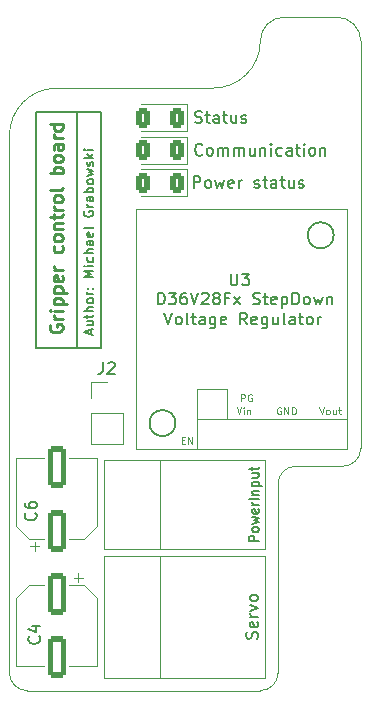
<source format=gto>
G04 #@! TF.GenerationSoftware,KiCad,Pcbnew,(6.0.1)*
G04 #@! TF.CreationDate,2022-03-21T13:55:18+01:00*
G04 #@! TF.ProjectId,ERC_2022_GripperBoard,4552435f-3230-4323-925f-477269707065,rev?*
G04 #@! TF.SameCoordinates,Original*
G04 #@! TF.FileFunction,Legend,Top*
G04 #@! TF.FilePolarity,Positive*
%FSLAX46Y46*%
G04 Gerber Fmt 4.6, Leading zero omitted, Abs format (unit mm)*
G04 Created by KiCad (PCBNEW (6.0.1)) date 2022-03-21 13:55:18*
%MOMM*%
%LPD*%
G01*
G04 APERTURE LIST*
G04 Aperture macros list*
%AMRoundRect*
0 Rectangle with rounded corners*
0 $1 Rounding radius*
0 $2 $3 $4 $5 $6 $7 $8 $9 X,Y pos of 4 corners*
0 Add a 4 corners polygon primitive as box body*
4,1,4,$2,$3,$4,$5,$6,$7,$8,$9,$2,$3,0*
0 Add four circle primitives for the rounded corners*
1,1,$1+$1,$2,$3*
1,1,$1+$1,$4,$5*
1,1,$1+$1,$6,$7*
1,1,$1+$1,$8,$9*
0 Add four rect primitives between the rounded corners*
20,1,$1+$1,$2,$3,$4,$5,0*
20,1,$1+$1,$4,$5,$6,$7,0*
20,1,$1+$1,$6,$7,$8,$9,0*
20,1,$1+$1,$8,$9,$2,$3,0*%
G04 Aperture macros list end*
%ADD10C,0.150000*%
G04 #@! TA.AperFunction,Profile*
%ADD11C,0.100000*%
G04 #@! TD*
G04 #@! TA.AperFunction,Profile*
%ADD12C,0.150000*%
G04 #@! TD*
%ADD13C,0.275000*%
%ADD14C,0.100000*%
%ADD15C,0.120000*%
%ADD16C,1.700000*%
%ADD17C,5.600000*%
%ADD18RoundRect,0.250000X0.375000X0.625000X-0.375000X0.625000X-0.375000X-0.625000X0.375000X-0.625000X0*%
%ADD19O,1.524000X1.524000*%
%ADD20R,1.524000X1.524000*%
%ADD21C,1.524000*%
%ADD22RoundRect,0.250000X0.550000X-1.500000X0.550000X1.500000X-0.550000X1.500000X-0.550000X-1.500000X0*%
%ADD23RoundRect,0.250000X-0.550000X1.500000X-0.550000X-1.500000X0.550000X-1.500000X0.550000X1.500000X0*%
%ADD24R,1.700000X1.700000*%
%ADD25O,1.700000X1.700000*%
G04 APERTURE END LIST*
D10*
X133000000Y-93000000D02*
X133000000Y-73000000D01*
X135000000Y-73000000D02*
X129500000Y-73000000D01*
X129500000Y-73000000D02*
X129500000Y-93000000D01*
X129500000Y-93000000D02*
X135000000Y-93000000D01*
X135000000Y-93000000D02*
X135000000Y-73000000D01*
D11*
X157000000Y-67000000D02*
X157000000Y-101500000D01*
D12*
X141305000Y-99355000D02*
G75*
G03*
X141305000Y-99355000I-1100000J0D01*
G01*
D11*
X127250000Y-120500000D02*
G75*
G03*
X128750000Y-122000000I1500001J1D01*
G01*
X144425000Y-70996573D02*
X131250000Y-71000000D01*
X155500000Y-103000000D02*
G75*
G03*
X157000000Y-101500000I-1J1500001D01*
G01*
X150000000Y-120500000D02*
X150000000Y-104500000D01*
X151500000Y-103000000D02*
X155500000Y-103000000D01*
D12*
X154705000Y-83455000D02*
G75*
G03*
X154705000Y-83455000I-1100000J0D01*
G01*
D11*
X157000000Y-67000000D02*
G75*
G03*
X155000000Y-65000000I-1999999J1D01*
G01*
X128750000Y-122000000D02*
X148500000Y-122000000D01*
X131250000Y-71000000D02*
G75*
G03*
X127250000Y-75000000I0J-4000000D01*
G01*
X127250000Y-75000000D02*
X127250000Y-120500000D01*
X151500000Y-103000000D02*
G75*
G03*
X150000000Y-104500000I1J-1500001D01*
G01*
X150500000Y-64996571D02*
G75*
G03*
X148496574Y-66996573I1J-2003430D01*
G01*
X144425000Y-70996573D02*
G75*
G03*
X148496573Y-66996573I70945J3999999D01*
G01*
X148500000Y-122000000D02*
G75*
G03*
X150000000Y-120500000I-1J1500001D01*
G01*
X150500000Y-64996571D02*
X155000000Y-65000000D01*
D10*
X134133333Y-91809523D02*
X134133333Y-91428571D01*
X134361904Y-91885714D02*
X133561904Y-91619047D01*
X134361904Y-91352380D01*
X133828571Y-90742857D02*
X134361904Y-90742857D01*
X133828571Y-91085714D02*
X134247619Y-91085714D01*
X134323809Y-91047619D01*
X134361904Y-90971428D01*
X134361904Y-90857142D01*
X134323809Y-90780952D01*
X134285714Y-90742857D01*
X133828571Y-90476190D02*
X133828571Y-90171428D01*
X133561904Y-90361904D02*
X134247619Y-90361904D01*
X134323809Y-90323809D01*
X134361904Y-90247619D01*
X134361904Y-90171428D01*
X134361904Y-89904761D02*
X133561904Y-89904761D01*
X134361904Y-89561904D02*
X133942857Y-89561904D01*
X133866666Y-89600000D01*
X133828571Y-89676190D01*
X133828571Y-89790476D01*
X133866666Y-89866666D01*
X133904761Y-89904761D01*
X134361904Y-89066666D02*
X134323809Y-89142857D01*
X134285714Y-89180952D01*
X134209523Y-89219047D01*
X133980952Y-89219047D01*
X133904761Y-89180952D01*
X133866666Y-89142857D01*
X133828571Y-89066666D01*
X133828571Y-88952380D01*
X133866666Y-88876190D01*
X133904761Y-88838095D01*
X133980952Y-88800000D01*
X134209523Y-88800000D01*
X134285714Y-88838095D01*
X134323809Y-88876190D01*
X134361904Y-88952380D01*
X134361904Y-89066666D01*
X134361904Y-88457142D02*
X133828571Y-88457142D01*
X133980952Y-88457142D02*
X133904761Y-88419047D01*
X133866666Y-88380952D01*
X133828571Y-88304761D01*
X133828571Y-88228571D01*
X134285714Y-87961904D02*
X134323809Y-87923809D01*
X134361904Y-87961904D01*
X134323809Y-88000000D01*
X134285714Y-87961904D01*
X134361904Y-87961904D01*
X133866666Y-87961904D02*
X133904761Y-87923809D01*
X133942857Y-87961904D01*
X133904761Y-88000000D01*
X133866666Y-87961904D01*
X133942857Y-87961904D01*
X134361904Y-86971428D02*
X133561904Y-86971428D01*
X134133333Y-86704761D01*
X133561904Y-86438095D01*
X134361904Y-86438095D01*
X134361904Y-86057142D02*
X133828571Y-86057142D01*
X133561904Y-86057142D02*
X133600000Y-86095238D01*
X133638095Y-86057142D01*
X133600000Y-86019047D01*
X133561904Y-86057142D01*
X133638095Y-86057142D01*
X134323809Y-85333333D02*
X134361904Y-85409523D01*
X134361904Y-85561904D01*
X134323809Y-85638095D01*
X134285714Y-85676190D01*
X134209523Y-85714285D01*
X133980952Y-85714285D01*
X133904761Y-85676190D01*
X133866666Y-85638095D01*
X133828571Y-85561904D01*
X133828571Y-85409523D01*
X133866666Y-85333333D01*
X134361904Y-84990476D02*
X133561904Y-84990476D01*
X134361904Y-84647619D02*
X133942857Y-84647619D01*
X133866666Y-84685714D01*
X133828571Y-84761904D01*
X133828571Y-84876190D01*
X133866666Y-84952380D01*
X133904761Y-84990476D01*
X134361904Y-83923809D02*
X133942857Y-83923809D01*
X133866666Y-83961904D01*
X133828571Y-84038095D01*
X133828571Y-84190476D01*
X133866666Y-84266666D01*
X134323809Y-83923809D02*
X134361904Y-84000000D01*
X134361904Y-84190476D01*
X134323809Y-84266666D01*
X134247619Y-84304761D01*
X134171428Y-84304761D01*
X134095238Y-84266666D01*
X134057142Y-84190476D01*
X134057142Y-84000000D01*
X134019047Y-83923809D01*
X134323809Y-83238095D02*
X134361904Y-83314285D01*
X134361904Y-83466666D01*
X134323809Y-83542857D01*
X134247619Y-83580952D01*
X133942857Y-83580952D01*
X133866666Y-83542857D01*
X133828571Y-83466666D01*
X133828571Y-83314285D01*
X133866666Y-83238095D01*
X133942857Y-83200000D01*
X134019047Y-83200000D01*
X134095238Y-83580952D01*
X134361904Y-82742857D02*
X134323809Y-82819047D01*
X134247619Y-82857142D01*
X133561904Y-82857142D01*
X133600000Y-81409523D02*
X133561904Y-81485714D01*
X133561904Y-81600000D01*
X133600000Y-81714285D01*
X133676190Y-81790476D01*
X133752380Y-81828571D01*
X133904761Y-81866666D01*
X134019047Y-81866666D01*
X134171428Y-81828571D01*
X134247619Y-81790476D01*
X134323809Y-81714285D01*
X134361904Y-81600000D01*
X134361904Y-81523809D01*
X134323809Y-81409523D01*
X134285714Y-81371428D01*
X134019047Y-81371428D01*
X134019047Y-81523809D01*
X134361904Y-81028571D02*
X133828571Y-81028571D01*
X133980952Y-81028571D02*
X133904761Y-80990476D01*
X133866666Y-80952380D01*
X133828571Y-80876190D01*
X133828571Y-80800000D01*
X134361904Y-80190476D02*
X133942857Y-80190476D01*
X133866666Y-80228571D01*
X133828571Y-80304761D01*
X133828571Y-80457142D01*
X133866666Y-80533333D01*
X134323809Y-80190476D02*
X134361904Y-80266666D01*
X134361904Y-80457142D01*
X134323809Y-80533333D01*
X134247619Y-80571428D01*
X134171428Y-80571428D01*
X134095238Y-80533333D01*
X134057142Y-80457142D01*
X134057142Y-80266666D01*
X134019047Y-80190476D01*
X134361904Y-79809523D02*
X133561904Y-79809523D01*
X133866666Y-79809523D02*
X133828571Y-79733333D01*
X133828571Y-79580952D01*
X133866666Y-79504761D01*
X133904761Y-79466666D01*
X133980952Y-79428571D01*
X134209523Y-79428571D01*
X134285714Y-79466666D01*
X134323809Y-79504761D01*
X134361904Y-79580952D01*
X134361904Y-79733333D01*
X134323809Y-79809523D01*
X134361904Y-78971428D02*
X134323809Y-79047619D01*
X134285714Y-79085714D01*
X134209523Y-79123809D01*
X133980952Y-79123809D01*
X133904761Y-79085714D01*
X133866666Y-79047619D01*
X133828571Y-78971428D01*
X133828571Y-78857142D01*
X133866666Y-78780952D01*
X133904761Y-78742857D01*
X133980952Y-78704761D01*
X134209523Y-78704761D01*
X134285714Y-78742857D01*
X134323809Y-78780952D01*
X134361904Y-78857142D01*
X134361904Y-78971428D01*
X133828571Y-78438095D02*
X134361904Y-78285714D01*
X133980952Y-78133333D01*
X134361904Y-77980952D01*
X133828571Y-77828571D01*
X134323809Y-77561904D02*
X134361904Y-77485714D01*
X134361904Y-77333333D01*
X134323809Y-77257142D01*
X134247619Y-77219047D01*
X134209523Y-77219047D01*
X134133333Y-77257142D01*
X134095238Y-77333333D01*
X134095238Y-77447619D01*
X134057142Y-77523809D01*
X133980952Y-77561904D01*
X133942857Y-77561904D01*
X133866666Y-77523809D01*
X133828571Y-77447619D01*
X133828571Y-77333333D01*
X133866666Y-77257142D01*
X134361904Y-76876190D02*
X133561904Y-76876190D01*
X134057142Y-76800000D02*
X134361904Y-76571428D01*
X133828571Y-76571428D02*
X134133333Y-76876190D01*
X134361904Y-76228571D02*
X133828571Y-76228571D01*
X133561904Y-76228571D02*
X133600000Y-76266666D01*
X133638095Y-76228571D01*
X133600000Y-76190476D01*
X133561904Y-76228571D01*
X133638095Y-76228571D01*
D13*
X130700000Y-91031122D02*
X130647619Y-91135883D01*
X130647619Y-91293026D01*
X130700000Y-91450169D01*
X130804761Y-91554931D01*
X130909523Y-91607312D01*
X131119047Y-91659693D01*
X131276190Y-91659693D01*
X131485714Y-91607312D01*
X131590476Y-91554931D01*
X131695238Y-91450169D01*
X131747619Y-91293026D01*
X131747619Y-91188264D01*
X131695238Y-91031122D01*
X131642857Y-90978741D01*
X131276190Y-90978741D01*
X131276190Y-91188264D01*
X131747619Y-90507312D02*
X131014285Y-90507312D01*
X131223809Y-90507312D02*
X131119047Y-90454931D01*
X131066666Y-90402550D01*
X131014285Y-90297788D01*
X131014285Y-90193026D01*
X131747619Y-89826360D02*
X131014285Y-89826360D01*
X130647619Y-89826360D02*
X130700000Y-89878741D01*
X130752380Y-89826360D01*
X130700000Y-89773979D01*
X130647619Y-89826360D01*
X130752380Y-89826360D01*
X131014285Y-89302550D02*
X132114285Y-89302550D01*
X131066666Y-89302550D02*
X131014285Y-89197788D01*
X131014285Y-88988264D01*
X131066666Y-88883503D01*
X131119047Y-88831122D01*
X131223809Y-88778741D01*
X131538095Y-88778741D01*
X131642857Y-88831122D01*
X131695238Y-88883503D01*
X131747619Y-88988264D01*
X131747619Y-89197788D01*
X131695238Y-89302550D01*
X131014285Y-88307312D02*
X132114285Y-88307312D01*
X131066666Y-88307312D02*
X131014285Y-88202550D01*
X131014285Y-87993026D01*
X131066666Y-87888264D01*
X131119047Y-87835883D01*
X131223809Y-87783503D01*
X131538095Y-87783503D01*
X131642857Y-87835883D01*
X131695238Y-87888264D01*
X131747619Y-87993026D01*
X131747619Y-88202550D01*
X131695238Y-88307312D01*
X131695238Y-86893026D02*
X131747619Y-86997788D01*
X131747619Y-87207312D01*
X131695238Y-87312074D01*
X131590476Y-87364455D01*
X131171428Y-87364455D01*
X131066666Y-87312074D01*
X131014285Y-87207312D01*
X131014285Y-86997788D01*
X131066666Y-86893026D01*
X131171428Y-86840645D01*
X131276190Y-86840645D01*
X131380952Y-87364455D01*
X131747619Y-86369217D02*
X131014285Y-86369217D01*
X131223809Y-86369217D02*
X131119047Y-86316836D01*
X131066666Y-86264455D01*
X131014285Y-86159693D01*
X131014285Y-86054931D01*
X131695238Y-84378741D02*
X131747619Y-84483503D01*
X131747619Y-84693026D01*
X131695238Y-84797788D01*
X131642857Y-84850169D01*
X131538095Y-84902550D01*
X131223809Y-84902550D01*
X131119047Y-84850169D01*
X131066666Y-84797788D01*
X131014285Y-84693026D01*
X131014285Y-84483503D01*
X131066666Y-84378741D01*
X131747619Y-83750169D02*
X131695238Y-83854931D01*
X131642857Y-83907312D01*
X131538095Y-83959693D01*
X131223809Y-83959693D01*
X131119047Y-83907312D01*
X131066666Y-83854931D01*
X131014285Y-83750169D01*
X131014285Y-83593026D01*
X131066666Y-83488264D01*
X131119047Y-83435883D01*
X131223809Y-83383503D01*
X131538095Y-83383503D01*
X131642857Y-83435883D01*
X131695238Y-83488264D01*
X131747619Y-83593026D01*
X131747619Y-83750169D01*
X131014285Y-82912074D02*
X131747619Y-82912074D01*
X131119047Y-82912074D02*
X131066666Y-82859693D01*
X131014285Y-82754931D01*
X131014285Y-82597788D01*
X131066666Y-82493026D01*
X131171428Y-82440645D01*
X131747619Y-82440645D01*
X131014285Y-82073979D02*
X131014285Y-81654931D01*
X130647619Y-81916836D02*
X131590476Y-81916836D01*
X131695238Y-81864455D01*
X131747619Y-81759693D01*
X131747619Y-81654931D01*
X131747619Y-81288264D02*
X131014285Y-81288264D01*
X131223809Y-81288264D02*
X131119047Y-81235883D01*
X131066666Y-81183503D01*
X131014285Y-81078741D01*
X131014285Y-80973979D01*
X131747619Y-80450169D02*
X131695238Y-80554931D01*
X131642857Y-80607312D01*
X131538095Y-80659693D01*
X131223809Y-80659693D01*
X131119047Y-80607312D01*
X131066666Y-80554931D01*
X131014285Y-80450169D01*
X131014285Y-80293026D01*
X131066666Y-80188264D01*
X131119047Y-80135883D01*
X131223809Y-80083503D01*
X131538095Y-80083503D01*
X131642857Y-80135883D01*
X131695238Y-80188264D01*
X131747619Y-80293026D01*
X131747619Y-80450169D01*
X131747619Y-79454931D02*
X131695238Y-79559693D01*
X131590476Y-79612074D01*
X130647619Y-79612074D01*
X131747619Y-78197788D02*
X130647619Y-78197788D01*
X131066666Y-78197788D02*
X131014285Y-78093026D01*
X131014285Y-77883503D01*
X131066666Y-77778741D01*
X131119047Y-77726360D01*
X131223809Y-77673979D01*
X131538095Y-77673979D01*
X131642857Y-77726360D01*
X131695238Y-77778741D01*
X131747619Y-77883503D01*
X131747619Y-78093026D01*
X131695238Y-78197788D01*
X131747619Y-77045407D02*
X131695238Y-77150169D01*
X131642857Y-77202550D01*
X131538095Y-77254931D01*
X131223809Y-77254931D01*
X131119047Y-77202550D01*
X131066666Y-77150169D01*
X131014285Y-77045407D01*
X131014285Y-76888264D01*
X131066666Y-76783503D01*
X131119047Y-76731122D01*
X131223809Y-76678741D01*
X131538095Y-76678741D01*
X131642857Y-76731122D01*
X131695238Y-76783503D01*
X131747619Y-76888264D01*
X131747619Y-77045407D01*
X131747619Y-75735883D02*
X131171428Y-75735883D01*
X131066666Y-75788264D01*
X131014285Y-75893026D01*
X131014285Y-76102550D01*
X131066666Y-76207312D01*
X131695238Y-75735883D02*
X131747619Y-75840645D01*
X131747619Y-76102550D01*
X131695238Y-76207312D01*
X131590476Y-76259693D01*
X131485714Y-76259693D01*
X131380952Y-76207312D01*
X131328571Y-76102550D01*
X131328571Y-75840645D01*
X131276190Y-75735883D01*
X131747619Y-75212074D02*
X131014285Y-75212074D01*
X131223809Y-75212074D02*
X131119047Y-75159693D01*
X131066666Y-75107312D01*
X131014285Y-75002550D01*
X131014285Y-74897788D01*
X131747619Y-74059693D02*
X130647619Y-74059693D01*
X131695238Y-74059693D02*
X131747619Y-74164455D01*
X131747619Y-74373979D01*
X131695238Y-74478741D01*
X131642857Y-74531122D01*
X131538095Y-74583503D01*
X131223809Y-74583503D01*
X131119047Y-74531122D01*
X131066666Y-74478741D01*
X131014285Y-74373979D01*
X131014285Y-74164455D01*
X131066666Y-74059693D01*
D10*
X148243761Y-117607142D02*
X148291380Y-117464285D01*
X148291380Y-117226190D01*
X148243761Y-117130952D01*
X148196142Y-117083333D01*
X148100904Y-117035714D01*
X148005666Y-117035714D01*
X147910428Y-117083333D01*
X147862809Y-117130952D01*
X147815190Y-117226190D01*
X147767571Y-117416666D01*
X147719952Y-117511904D01*
X147672333Y-117559523D01*
X147577095Y-117607142D01*
X147481857Y-117607142D01*
X147386619Y-117559523D01*
X147339000Y-117511904D01*
X147291380Y-117416666D01*
X147291380Y-117178571D01*
X147339000Y-117035714D01*
X148243761Y-116226190D02*
X148291380Y-116321428D01*
X148291380Y-116511904D01*
X148243761Y-116607142D01*
X148148523Y-116654761D01*
X147767571Y-116654761D01*
X147672333Y-116607142D01*
X147624714Y-116511904D01*
X147624714Y-116321428D01*
X147672333Y-116226190D01*
X147767571Y-116178571D01*
X147862809Y-116178571D01*
X147958047Y-116654761D01*
X148291380Y-115750000D02*
X147624714Y-115750000D01*
X147815190Y-115750000D02*
X147719952Y-115702380D01*
X147672333Y-115654761D01*
X147624714Y-115559523D01*
X147624714Y-115464285D01*
X147624714Y-115226190D02*
X148291380Y-114988095D01*
X147624714Y-114750000D01*
X148291380Y-114226190D02*
X148243761Y-114321428D01*
X148196142Y-114369047D01*
X148100904Y-114416666D01*
X147815190Y-114416666D01*
X147719952Y-114369047D01*
X147672333Y-114321428D01*
X147624714Y-114226190D01*
X147624714Y-114083333D01*
X147672333Y-113988095D01*
X147719952Y-113940476D01*
X147815190Y-113892857D01*
X148100904Y-113892857D01*
X148196142Y-113940476D01*
X148243761Y-113988095D01*
X148291380Y-114083333D01*
X148291380Y-114226190D01*
X142964286Y-73904761D02*
X143107143Y-73952380D01*
X143345238Y-73952380D01*
X143440476Y-73904761D01*
X143488095Y-73857142D01*
X143535714Y-73761904D01*
X143535714Y-73666666D01*
X143488095Y-73571428D01*
X143440476Y-73523809D01*
X143345238Y-73476190D01*
X143154762Y-73428571D01*
X143059524Y-73380952D01*
X143011905Y-73333333D01*
X142964286Y-73238095D01*
X142964286Y-73142857D01*
X143011905Y-73047619D01*
X143059524Y-73000000D01*
X143154762Y-72952380D01*
X143392857Y-72952380D01*
X143535714Y-73000000D01*
X143821429Y-73285714D02*
X144202381Y-73285714D01*
X143964286Y-72952380D02*
X143964286Y-73809523D01*
X144011905Y-73904761D01*
X144107143Y-73952380D01*
X144202381Y-73952380D01*
X144964286Y-73952380D02*
X144964286Y-73428571D01*
X144916667Y-73333333D01*
X144821429Y-73285714D01*
X144630953Y-73285714D01*
X144535714Y-73333333D01*
X144964286Y-73904761D02*
X144869048Y-73952380D01*
X144630953Y-73952380D01*
X144535714Y-73904761D01*
X144488095Y-73809523D01*
X144488095Y-73714285D01*
X144535714Y-73619047D01*
X144630953Y-73571428D01*
X144869048Y-73571428D01*
X144964286Y-73523809D01*
X145297619Y-73285714D02*
X145678572Y-73285714D01*
X145440476Y-72952380D02*
X145440476Y-73809523D01*
X145488095Y-73904761D01*
X145583333Y-73952380D01*
X145678572Y-73952380D01*
X146440476Y-73285714D02*
X146440476Y-73952380D01*
X146011905Y-73285714D02*
X146011905Y-73809523D01*
X146059524Y-73904761D01*
X146154762Y-73952380D01*
X146297619Y-73952380D01*
X146392857Y-73904761D01*
X146440476Y-73857142D01*
X146869048Y-73904761D02*
X146964286Y-73952380D01*
X147154762Y-73952380D01*
X147250000Y-73904761D01*
X147297619Y-73809523D01*
X147297619Y-73761904D01*
X147250000Y-73666666D01*
X147154762Y-73619047D01*
X147011905Y-73619047D01*
X146916667Y-73571428D01*
X146869048Y-73476190D01*
X146869048Y-73428571D01*
X146916667Y-73333333D01*
X147011905Y-73285714D01*
X147154762Y-73285714D01*
X147250000Y-73333333D01*
X145988095Y-86702380D02*
X145988095Y-87511904D01*
X146035714Y-87607142D01*
X146083333Y-87654761D01*
X146178571Y-87702380D01*
X146369047Y-87702380D01*
X146464285Y-87654761D01*
X146511904Y-87607142D01*
X146559523Y-87511904D01*
X146559523Y-86702380D01*
X146940476Y-86702380D02*
X147559523Y-86702380D01*
X147226190Y-87083333D01*
X147369047Y-87083333D01*
X147464285Y-87130952D01*
X147511904Y-87178571D01*
X147559523Y-87273809D01*
X147559523Y-87511904D01*
X147511904Y-87607142D01*
X147464285Y-87654761D01*
X147369047Y-87702380D01*
X147083333Y-87702380D01*
X146988095Y-87654761D01*
X146940476Y-87607142D01*
D14*
X141862142Y-100812142D02*
X142062142Y-100812142D01*
X142147857Y-101126428D02*
X141862142Y-101126428D01*
X141862142Y-100526428D01*
X142147857Y-100526428D01*
X142405000Y-101126428D02*
X142405000Y-100526428D01*
X142747857Y-101126428D01*
X142747857Y-100526428D01*
X153490714Y-98026428D02*
X153690714Y-98626428D01*
X153890714Y-98026428D01*
X154176428Y-98626428D02*
X154119285Y-98597857D01*
X154090714Y-98569285D01*
X154062142Y-98512142D01*
X154062142Y-98340714D01*
X154090714Y-98283571D01*
X154119285Y-98255000D01*
X154176428Y-98226428D01*
X154262142Y-98226428D01*
X154319285Y-98255000D01*
X154347857Y-98283571D01*
X154376428Y-98340714D01*
X154376428Y-98512142D01*
X154347857Y-98569285D01*
X154319285Y-98597857D01*
X154262142Y-98626428D01*
X154176428Y-98626428D01*
X154890714Y-98226428D02*
X154890714Y-98626428D01*
X154633571Y-98226428D02*
X154633571Y-98540714D01*
X154662142Y-98597857D01*
X154719285Y-98626428D01*
X154805000Y-98626428D01*
X154862142Y-98597857D01*
X154890714Y-98569285D01*
X155090714Y-98226428D02*
X155319285Y-98226428D01*
X155176428Y-98026428D02*
X155176428Y-98540714D01*
X155205000Y-98597857D01*
X155262142Y-98626428D01*
X155319285Y-98626428D01*
X146847857Y-97526428D02*
X146847857Y-96926428D01*
X147076428Y-96926428D01*
X147133571Y-96955000D01*
X147162142Y-96983571D01*
X147190714Y-97040714D01*
X147190714Y-97126428D01*
X147162142Y-97183571D01*
X147133571Y-97212142D01*
X147076428Y-97240714D01*
X146847857Y-97240714D01*
X147762142Y-96955000D02*
X147705000Y-96926428D01*
X147619285Y-96926428D01*
X147533571Y-96955000D01*
X147476428Y-97012142D01*
X147447857Y-97069285D01*
X147419285Y-97183571D01*
X147419285Y-97269285D01*
X147447857Y-97383571D01*
X147476428Y-97440714D01*
X147533571Y-97497857D01*
X147619285Y-97526428D01*
X147676428Y-97526428D01*
X147762142Y-97497857D01*
X147790714Y-97469285D01*
X147790714Y-97269285D01*
X147676428Y-97269285D01*
D10*
X140362142Y-90007380D02*
X140695476Y-91007380D01*
X141028809Y-90007380D01*
X141505000Y-91007380D02*
X141409761Y-90959761D01*
X141362142Y-90912142D01*
X141314523Y-90816904D01*
X141314523Y-90531190D01*
X141362142Y-90435952D01*
X141409761Y-90388333D01*
X141505000Y-90340714D01*
X141647857Y-90340714D01*
X141743095Y-90388333D01*
X141790714Y-90435952D01*
X141838333Y-90531190D01*
X141838333Y-90816904D01*
X141790714Y-90912142D01*
X141743095Y-90959761D01*
X141647857Y-91007380D01*
X141505000Y-91007380D01*
X142409761Y-91007380D02*
X142314523Y-90959761D01*
X142266904Y-90864523D01*
X142266904Y-90007380D01*
X142647857Y-90340714D02*
X143028809Y-90340714D01*
X142790714Y-90007380D02*
X142790714Y-90864523D01*
X142838333Y-90959761D01*
X142933571Y-91007380D01*
X143028809Y-91007380D01*
X143790714Y-91007380D02*
X143790714Y-90483571D01*
X143743095Y-90388333D01*
X143647857Y-90340714D01*
X143457380Y-90340714D01*
X143362142Y-90388333D01*
X143790714Y-90959761D02*
X143695476Y-91007380D01*
X143457380Y-91007380D01*
X143362142Y-90959761D01*
X143314523Y-90864523D01*
X143314523Y-90769285D01*
X143362142Y-90674047D01*
X143457380Y-90626428D01*
X143695476Y-90626428D01*
X143790714Y-90578809D01*
X144695476Y-90340714D02*
X144695476Y-91150238D01*
X144647857Y-91245476D01*
X144600238Y-91293095D01*
X144505000Y-91340714D01*
X144362142Y-91340714D01*
X144266904Y-91293095D01*
X144695476Y-90959761D02*
X144600238Y-91007380D01*
X144409761Y-91007380D01*
X144314523Y-90959761D01*
X144266904Y-90912142D01*
X144219285Y-90816904D01*
X144219285Y-90531190D01*
X144266904Y-90435952D01*
X144314523Y-90388333D01*
X144409761Y-90340714D01*
X144600238Y-90340714D01*
X144695476Y-90388333D01*
X145552619Y-90959761D02*
X145457380Y-91007380D01*
X145266904Y-91007380D01*
X145171666Y-90959761D01*
X145124047Y-90864523D01*
X145124047Y-90483571D01*
X145171666Y-90388333D01*
X145266904Y-90340714D01*
X145457380Y-90340714D01*
X145552619Y-90388333D01*
X145600238Y-90483571D01*
X145600238Y-90578809D01*
X145124047Y-90674047D01*
X147362142Y-91007380D02*
X147028809Y-90531190D01*
X146790714Y-91007380D02*
X146790714Y-90007380D01*
X147171666Y-90007380D01*
X147266904Y-90055000D01*
X147314523Y-90102619D01*
X147362142Y-90197857D01*
X147362142Y-90340714D01*
X147314523Y-90435952D01*
X147266904Y-90483571D01*
X147171666Y-90531190D01*
X146790714Y-90531190D01*
X148171666Y-90959761D02*
X148076428Y-91007380D01*
X147885952Y-91007380D01*
X147790714Y-90959761D01*
X147743095Y-90864523D01*
X147743095Y-90483571D01*
X147790714Y-90388333D01*
X147885952Y-90340714D01*
X148076428Y-90340714D01*
X148171666Y-90388333D01*
X148219285Y-90483571D01*
X148219285Y-90578809D01*
X147743095Y-90674047D01*
X149076428Y-90340714D02*
X149076428Y-91150238D01*
X149028809Y-91245476D01*
X148981190Y-91293095D01*
X148885952Y-91340714D01*
X148743095Y-91340714D01*
X148647857Y-91293095D01*
X149076428Y-90959761D02*
X148981190Y-91007380D01*
X148790714Y-91007380D01*
X148695476Y-90959761D01*
X148647857Y-90912142D01*
X148600238Y-90816904D01*
X148600238Y-90531190D01*
X148647857Y-90435952D01*
X148695476Y-90388333D01*
X148790714Y-90340714D01*
X148981190Y-90340714D01*
X149076428Y-90388333D01*
X149981190Y-90340714D02*
X149981190Y-91007380D01*
X149552619Y-90340714D02*
X149552619Y-90864523D01*
X149600238Y-90959761D01*
X149695476Y-91007380D01*
X149838333Y-91007380D01*
X149933571Y-90959761D01*
X149981190Y-90912142D01*
X150600238Y-91007380D02*
X150505000Y-90959761D01*
X150457380Y-90864523D01*
X150457380Y-90007380D01*
X151409761Y-91007380D02*
X151409761Y-90483571D01*
X151362142Y-90388333D01*
X151266904Y-90340714D01*
X151076428Y-90340714D01*
X150981190Y-90388333D01*
X151409761Y-90959761D02*
X151314523Y-91007380D01*
X151076428Y-91007380D01*
X150981190Y-90959761D01*
X150933571Y-90864523D01*
X150933571Y-90769285D01*
X150981190Y-90674047D01*
X151076428Y-90626428D01*
X151314523Y-90626428D01*
X151409761Y-90578809D01*
X151743095Y-90340714D02*
X152124047Y-90340714D01*
X151885952Y-90007380D02*
X151885952Y-90864523D01*
X151933571Y-90959761D01*
X152028809Y-91007380D01*
X152124047Y-91007380D01*
X152600238Y-91007380D02*
X152505000Y-90959761D01*
X152457380Y-90912142D01*
X152409761Y-90816904D01*
X152409761Y-90531190D01*
X152457380Y-90435952D01*
X152505000Y-90388333D01*
X152600238Y-90340714D01*
X152743095Y-90340714D01*
X152838333Y-90388333D01*
X152885952Y-90435952D01*
X152933571Y-90531190D01*
X152933571Y-90816904D01*
X152885952Y-90912142D01*
X152838333Y-90959761D01*
X152743095Y-91007380D01*
X152600238Y-91007380D01*
X153362142Y-91007380D02*
X153362142Y-90340714D01*
X153362142Y-90531190D02*
X153409761Y-90435952D01*
X153457380Y-90388333D01*
X153552619Y-90340714D01*
X153647857Y-90340714D01*
D14*
X146490714Y-98026428D02*
X146690714Y-98626428D01*
X146890714Y-98026428D01*
X147090714Y-98626428D02*
X147090714Y-98226428D01*
X147090714Y-98026428D02*
X147062142Y-98055000D01*
X147090714Y-98083571D01*
X147119285Y-98055000D01*
X147090714Y-98026428D01*
X147090714Y-98083571D01*
X147376428Y-98226428D02*
X147376428Y-98626428D01*
X147376428Y-98283571D02*
X147405000Y-98255000D01*
X147462142Y-98226428D01*
X147547857Y-98226428D01*
X147605000Y-98255000D01*
X147633571Y-98312142D01*
X147633571Y-98626428D01*
D10*
X139824047Y-89307380D02*
X139824047Y-88307380D01*
X140062142Y-88307380D01*
X140205000Y-88355000D01*
X140300238Y-88450238D01*
X140347857Y-88545476D01*
X140395476Y-88735952D01*
X140395476Y-88878809D01*
X140347857Y-89069285D01*
X140300238Y-89164523D01*
X140205000Y-89259761D01*
X140062142Y-89307380D01*
X139824047Y-89307380D01*
X140728809Y-88307380D02*
X141347857Y-88307380D01*
X141014523Y-88688333D01*
X141157380Y-88688333D01*
X141252619Y-88735952D01*
X141300238Y-88783571D01*
X141347857Y-88878809D01*
X141347857Y-89116904D01*
X141300238Y-89212142D01*
X141252619Y-89259761D01*
X141157380Y-89307380D01*
X140871666Y-89307380D01*
X140776428Y-89259761D01*
X140728809Y-89212142D01*
X142205000Y-88307380D02*
X142014523Y-88307380D01*
X141919285Y-88355000D01*
X141871666Y-88402619D01*
X141776428Y-88545476D01*
X141728809Y-88735952D01*
X141728809Y-89116904D01*
X141776428Y-89212142D01*
X141824047Y-89259761D01*
X141919285Y-89307380D01*
X142109761Y-89307380D01*
X142205000Y-89259761D01*
X142252619Y-89212142D01*
X142300238Y-89116904D01*
X142300238Y-88878809D01*
X142252619Y-88783571D01*
X142205000Y-88735952D01*
X142109761Y-88688333D01*
X141919285Y-88688333D01*
X141824047Y-88735952D01*
X141776428Y-88783571D01*
X141728809Y-88878809D01*
X142585952Y-88307380D02*
X142919285Y-89307380D01*
X143252619Y-88307380D01*
X143538333Y-88402619D02*
X143585952Y-88355000D01*
X143681190Y-88307380D01*
X143919285Y-88307380D01*
X144014523Y-88355000D01*
X144062142Y-88402619D01*
X144109761Y-88497857D01*
X144109761Y-88593095D01*
X144062142Y-88735952D01*
X143490714Y-89307380D01*
X144109761Y-89307380D01*
X144681190Y-88735952D02*
X144585952Y-88688333D01*
X144538333Y-88640714D01*
X144490714Y-88545476D01*
X144490714Y-88497857D01*
X144538333Y-88402619D01*
X144585952Y-88355000D01*
X144681190Y-88307380D01*
X144871666Y-88307380D01*
X144966904Y-88355000D01*
X145014523Y-88402619D01*
X145062142Y-88497857D01*
X145062142Y-88545476D01*
X145014523Y-88640714D01*
X144966904Y-88688333D01*
X144871666Y-88735952D01*
X144681190Y-88735952D01*
X144585952Y-88783571D01*
X144538333Y-88831190D01*
X144490714Y-88926428D01*
X144490714Y-89116904D01*
X144538333Y-89212142D01*
X144585952Y-89259761D01*
X144681190Y-89307380D01*
X144871666Y-89307380D01*
X144966904Y-89259761D01*
X145014523Y-89212142D01*
X145062142Y-89116904D01*
X145062142Y-88926428D01*
X145014523Y-88831190D01*
X144966904Y-88783571D01*
X144871666Y-88735952D01*
X145824047Y-88783571D02*
X145490714Y-88783571D01*
X145490714Y-89307380D02*
X145490714Y-88307380D01*
X145966904Y-88307380D01*
X146252619Y-89307380D02*
X146776428Y-88640714D01*
X146252619Y-88640714D02*
X146776428Y-89307380D01*
X147871666Y-89259761D02*
X148014523Y-89307380D01*
X148252619Y-89307380D01*
X148347857Y-89259761D01*
X148395476Y-89212142D01*
X148443095Y-89116904D01*
X148443095Y-89021666D01*
X148395476Y-88926428D01*
X148347857Y-88878809D01*
X148252619Y-88831190D01*
X148062142Y-88783571D01*
X147966904Y-88735952D01*
X147919285Y-88688333D01*
X147871666Y-88593095D01*
X147871666Y-88497857D01*
X147919285Y-88402619D01*
X147966904Y-88355000D01*
X148062142Y-88307380D01*
X148300238Y-88307380D01*
X148443095Y-88355000D01*
X148728809Y-88640714D02*
X149109761Y-88640714D01*
X148871666Y-88307380D02*
X148871666Y-89164523D01*
X148919285Y-89259761D01*
X149014523Y-89307380D01*
X149109761Y-89307380D01*
X149824047Y-89259761D02*
X149728809Y-89307380D01*
X149538333Y-89307380D01*
X149443095Y-89259761D01*
X149395476Y-89164523D01*
X149395476Y-88783571D01*
X149443095Y-88688333D01*
X149538333Y-88640714D01*
X149728809Y-88640714D01*
X149824047Y-88688333D01*
X149871666Y-88783571D01*
X149871666Y-88878809D01*
X149395476Y-88974047D01*
X150300238Y-88640714D02*
X150300238Y-89640714D01*
X150300238Y-88688333D02*
X150395476Y-88640714D01*
X150585952Y-88640714D01*
X150681190Y-88688333D01*
X150728809Y-88735952D01*
X150776428Y-88831190D01*
X150776428Y-89116904D01*
X150728809Y-89212142D01*
X150681190Y-89259761D01*
X150585952Y-89307380D01*
X150395476Y-89307380D01*
X150300238Y-89259761D01*
X151205000Y-89307380D02*
X151205000Y-88307380D01*
X151443095Y-88307380D01*
X151585952Y-88355000D01*
X151681190Y-88450238D01*
X151728809Y-88545476D01*
X151776428Y-88735952D01*
X151776428Y-88878809D01*
X151728809Y-89069285D01*
X151681190Y-89164523D01*
X151585952Y-89259761D01*
X151443095Y-89307380D01*
X151205000Y-89307380D01*
X152347857Y-89307380D02*
X152252619Y-89259761D01*
X152205000Y-89212142D01*
X152157380Y-89116904D01*
X152157380Y-88831190D01*
X152205000Y-88735952D01*
X152252619Y-88688333D01*
X152347857Y-88640714D01*
X152490714Y-88640714D01*
X152585952Y-88688333D01*
X152633571Y-88735952D01*
X152681190Y-88831190D01*
X152681190Y-89116904D01*
X152633571Y-89212142D01*
X152585952Y-89259761D01*
X152490714Y-89307380D01*
X152347857Y-89307380D01*
X153014523Y-88640714D02*
X153205000Y-89307380D01*
X153395476Y-88831190D01*
X153585952Y-89307380D01*
X153776428Y-88640714D01*
X154157380Y-88640714D02*
X154157380Y-89307380D01*
X154157380Y-88735952D02*
X154205000Y-88688333D01*
X154300238Y-88640714D01*
X154443095Y-88640714D01*
X154538333Y-88688333D01*
X154585952Y-88783571D01*
X154585952Y-89307380D01*
D14*
X150247857Y-98055000D02*
X150190714Y-98026428D01*
X150105000Y-98026428D01*
X150019285Y-98055000D01*
X149962142Y-98112142D01*
X149933571Y-98169285D01*
X149905000Y-98283571D01*
X149905000Y-98369285D01*
X149933571Y-98483571D01*
X149962142Y-98540714D01*
X150019285Y-98597857D01*
X150105000Y-98626428D01*
X150162142Y-98626428D01*
X150247857Y-98597857D01*
X150276428Y-98569285D01*
X150276428Y-98369285D01*
X150162142Y-98369285D01*
X150533571Y-98626428D02*
X150533571Y-98026428D01*
X150876428Y-98626428D01*
X150876428Y-98026428D01*
X151162142Y-98626428D02*
X151162142Y-98026428D01*
X151305000Y-98026428D01*
X151390714Y-98055000D01*
X151447857Y-98112142D01*
X151476428Y-98169285D01*
X151505000Y-98283571D01*
X151505000Y-98369285D01*
X151476428Y-98483571D01*
X151447857Y-98540714D01*
X151390714Y-98597857D01*
X151305000Y-98626428D01*
X151162142Y-98626428D01*
D10*
X142857142Y-79452380D02*
X142857142Y-78452380D01*
X143238095Y-78452380D01*
X143333333Y-78500000D01*
X143380952Y-78547619D01*
X143428571Y-78642857D01*
X143428571Y-78785714D01*
X143380952Y-78880952D01*
X143333333Y-78928571D01*
X143238095Y-78976190D01*
X142857142Y-78976190D01*
X144000000Y-79452380D02*
X143904761Y-79404761D01*
X143857142Y-79357142D01*
X143809523Y-79261904D01*
X143809523Y-78976190D01*
X143857142Y-78880952D01*
X143904761Y-78833333D01*
X144000000Y-78785714D01*
X144142857Y-78785714D01*
X144238095Y-78833333D01*
X144285714Y-78880952D01*
X144333333Y-78976190D01*
X144333333Y-79261904D01*
X144285714Y-79357142D01*
X144238095Y-79404761D01*
X144142857Y-79452380D01*
X144000000Y-79452380D01*
X144666666Y-78785714D02*
X144857142Y-79452380D01*
X145047619Y-78976190D01*
X145238095Y-79452380D01*
X145428571Y-78785714D01*
X146190476Y-79404761D02*
X146095238Y-79452380D01*
X145904761Y-79452380D01*
X145809523Y-79404761D01*
X145761904Y-79309523D01*
X145761904Y-78928571D01*
X145809523Y-78833333D01*
X145904761Y-78785714D01*
X146095238Y-78785714D01*
X146190476Y-78833333D01*
X146238095Y-78928571D01*
X146238095Y-79023809D01*
X145761904Y-79119047D01*
X146666666Y-79452380D02*
X146666666Y-78785714D01*
X146666666Y-78976190D02*
X146714285Y-78880952D01*
X146761904Y-78833333D01*
X146857142Y-78785714D01*
X146952380Y-78785714D01*
X148000000Y-79404761D02*
X148095238Y-79452380D01*
X148285714Y-79452380D01*
X148380952Y-79404761D01*
X148428571Y-79309523D01*
X148428571Y-79261904D01*
X148380952Y-79166666D01*
X148285714Y-79119047D01*
X148142857Y-79119047D01*
X148047619Y-79071428D01*
X148000000Y-78976190D01*
X148000000Y-78928571D01*
X148047619Y-78833333D01*
X148142857Y-78785714D01*
X148285714Y-78785714D01*
X148380952Y-78833333D01*
X148714285Y-78785714D02*
X149095238Y-78785714D01*
X148857142Y-78452380D02*
X148857142Y-79309523D01*
X148904761Y-79404761D01*
X149000000Y-79452380D01*
X149095238Y-79452380D01*
X149857142Y-79452380D02*
X149857142Y-78928571D01*
X149809523Y-78833333D01*
X149714285Y-78785714D01*
X149523809Y-78785714D01*
X149428571Y-78833333D01*
X149857142Y-79404761D02*
X149761904Y-79452380D01*
X149523809Y-79452380D01*
X149428571Y-79404761D01*
X149380952Y-79309523D01*
X149380952Y-79214285D01*
X149428571Y-79119047D01*
X149523809Y-79071428D01*
X149761904Y-79071428D01*
X149857142Y-79023809D01*
X150190476Y-78785714D02*
X150571428Y-78785714D01*
X150333333Y-78452380D02*
X150333333Y-79309523D01*
X150380952Y-79404761D01*
X150476190Y-79452380D01*
X150571428Y-79452380D01*
X151333333Y-78785714D02*
X151333333Y-79452380D01*
X150904761Y-78785714D02*
X150904761Y-79309523D01*
X150952380Y-79404761D01*
X151047619Y-79452380D01*
X151190476Y-79452380D01*
X151285714Y-79404761D01*
X151333333Y-79357142D01*
X151761904Y-79404761D02*
X151857142Y-79452380D01*
X152047619Y-79452380D01*
X152142857Y-79404761D01*
X152190476Y-79309523D01*
X152190476Y-79261904D01*
X152142857Y-79166666D01*
X152047619Y-79119047D01*
X151904761Y-79119047D01*
X151809523Y-79071428D01*
X151761904Y-78976190D01*
X151761904Y-78928571D01*
X151809523Y-78833333D01*
X151904761Y-78785714D01*
X152047619Y-78785714D01*
X152142857Y-78833333D01*
X129457142Y-106966666D02*
X129504761Y-107014285D01*
X129552380Y-107157142D01*
X129552380Y-107252380D01*
X129504761Y-107395238D01*
X129409523Y-107490476D01*
X129314285Y-107538095D01*
X129123809Y-107585714D01*
X128980952Y-107585714D01*
X128790476Y-107538095D01*
X128695238Y-107490476D01*
X128600000Y-107395238D01*
X128552380Y-107252380D01*
X128552380Y-107157142D01*
X128600000Y-107014285D01*
X128647619Y-106966666D01*
X128552380Y-106109523D02*
X128552380Y-106300000D01*
X128600000Y-106395238D01*
X128647619Y-106442857D01*
X128790476Y-106538095D01*
X128980952Y-106585714D01*
X129361904Y-106585714D01*
X129457142Y-106538095D01*
X129504761Y-106490476D01*
X129552380Y-106395238D01*
X129552380Y-106204761D01*
X129504761Y-106109523D01*
X129457142Y-106061904D01*
X129361904Y-106014285D01*
X129123809Y-106014285D01*
X129028571Y-106061904D01*
X128980952Y-106109523D01*
X128933333Y-106204761D01*
X128933333Y-106395238D01*
X128980952Y-106490476D01*
X129028571Y-106538095D01*
X129123809Y-106585714D01*
X129757142Y-117416666D02*
X129804761Y-117464285D01*
X129852380Y-117607142D01*
X129852380Y-117702380D01*
X129804761Y-117845238D01*
X129709523Y-117940476D01*
X129614285Y-117988095D01*
X129423809Y-118035714D01*
X129280952Y-118035714D01*
X129090476Y-117988095D01*
X128995238Y-117940476D01*
X128900000Y-117845238D01*
X128852380Y-117702380D01*
X128852380Y-117607142D01*
X128900000Y-117464285D01*
X128947619Y-117416666D01*
X129185714Y-116559523D02*
X129852380Y-116559523D01*
X128804761Y-116797619D02*
X129519047Y-117035714D01*
X129519047Y-116416666D01*
X143583333Y-76607142D02*
X143535714Y-76654761D01*
X143392857Y-76702380D01*
X143297619Y-76702380D01*
X143154762Y-76654761D01*
X143059524Y-76559523D01*
X143011905Y-76464285D01*
X142964285Y-76273809D01*
X142964285Y-76130952D01*
X143011905Y-75940476D01*
X143059524Y-75845238D01*
X143154762Y-75750000D01*
X143297619Y-75702380D01*
X143392857Y-75702380D01*
X143535714Y-75750000D01*
X143583333Y-75797619D01*
X144154762Y-76702380D02*
X144059524Y-76654761D01*
X144011905Y-76607142D01*
X143964285Y-76511904D01*
X143964285Y-76226190D01*
X144011905Y-76130952D01*
X144059524Y-76083333D01*
X144154762Y-76035714D01*
X144297619Y-76035714D01*
X144392857Y-76083333D01*
X144440476Y-76130952D01*
X144488095Y-76226190D01*
X144488095Y-76511904D01*
X144440476Y-76607142D01*
X144392857Y-76654761D01*
X144297619Y-76702380D01*
X144154762Y-76702380D01*
X144916666Y-76702380D02*
X144916666Y-76035714D01*
X144916666Y-76130952D02*
X144964285Y-76083333D01*
X145059524Y-76035714D01*
X145202381Y-76035714D01*
X145297619Y-76083333D01*
X145345238Y-76178571D01*
X145345238Y-76702380D01*
X145345238Y-76178571D02*
X145392857Y-76083333D01*
X145488095Y-76035714D01*
X145630952Y-76035714D01*
X145726190Y-76083333D01*
X145773809Y-76178571D01*
X145773809Y-76702380D01*
X146250000Y-76702380D02*
X146250000Y-76035714D01*
X146250000Y-76130952D02*
X146297619Y-76083333D01*
X146392857Y-76035714D01*
X146535714Y-76035714D01*
X146630952Y-76083333D01*
X146678571Y-76178571D01*
X146678571Y-76702380D01*
X146678571Y-76178571D02*
X146726190Y-76083333D01*
X146821428Y-76035714D01*
X146964285Y-76035714D01*
X147059524Y-76083333D01*
X147107143Y-76178571D01*
X147107143Y-76702380D01*
X148011905Y-76035714D02*
X148011905Y-76702380D01*
X147583333Y-76035714D02*
X147583333Y-76559523D01*
X147630952Y-76654761D01*
X147726190Y-76702380D01*
X147869047Y-76702380D01*
X147964285Y-76654761D01*
X148011905Y-76607142D01*
X148488095Y-76035714D02*
X148488095Y-76702380D01*
X148488095Y-76130952D02*
X148535714Y-76083333D01*
X148630952Y-76035714D01*
X148773809Y-76035714D01*
X148869047Y-76083333D01*
X148916666Y-76178571D01*
X148916666Y-76702380D01*
X149392857Y-76702380D02*
X149392857Y-76035714D01*
X149392857Y-75702380D02*
X149345238Y-75750000D01*
X149392857Y-75797619D01*
X149440476Y-75750000D01*
X149392857Y-75702380D01*
X149392857Y-75797619D01*
X150297619Y-76654761D02*
X150202381Y-76702380D01*
X150011905Y-76702380D01*
X149916666Y-76654761D01*
X149869047Y-76607142D01*
X149821428Y-76511904D01*
X149821428Y-76226190D01*
X149869047Y-76130952D01*
X149916666Y-76083333D01*
X150011905Y-76035714D01*
X150202381Y-76035714D01*
X150297619Y-76083333D01*
X151154762Y-76702380D02*
X151154762Y-76178571D01*
X151107143Y-76083333D01*
X151011905Y-76035714D01*
X150821428Y-76035714D01*
X150726190Y-76083333D01*
X151154762Y-76654761D02*
X151059524Y-76702380D01*
X150821428Y-76702380D01*
X150726190Y-76654761D01*
X150678571Y-76559523D01*
X150678571Y-76464285D01*
X150726190Y-76369047D01*
X150821428Y-76321428D01*
X151059524Y-76321428D01*
X151154762Y-76273809D01*
X151488095Y-76035714D02*
X151869047Y-76035714D01*
X151630952Y-75702380D02*
X151630952Y-76559523D01*
X151678571Y-76654761D01*
X151773809Y-76702380D01*
X151869047Y-76702380D01*
X152202381Y-76702380D02*
X152202381Y-76035714D01*
X152202381Y-75702380D02*
X152154762Y-75750000D01*
X152202381Y-75797619D01*
X152250000Y-75750000D01*
X152202381Y-75702380D01*
X152202381Y-75797619D01*
X152821428Y-76702380D02*
X152726190Y-76654761D01*
X152678571Y-76607142D01*
X152630952Y-76511904D01*
X152630952Y-76226190D01*
X152678571Y-76130952D01*
X152726190Y-76083333D01*
X152821428Y-76035714D01*
X152964285Y-76035714D01*
X153059524Y-76083333D01*
X153107143Y-76130952D01*
X153154762Y-76226190D01*
X153154762Y-76511904D01*
X153107143Y-76607142D01*
X153059524Y-76654761D01*
X152964285Y-76702380D01*
X152821428Y-76702380D01*
X153583333Y-76035714D02*
X153583333Y-76702380D01*
X153583333Y-76130952D02*
X153630952Y-76083333D01*
X153726190Y-76035714D01*
X153869047Y-76035714D01*
X153964285Y-76083333D01*
X154011905Y-76178571D01*
X154011905Y-76702380D01*
X148361904Y-109335714D02*
X147561904Y-109335714D01*
X147561904Y-109030952D01*
X147600000Y-108954761D01*
X147638095Y-108916666D01*
X147714285Y-108878571D01*
X147828571Y-108878571D01*
X147904761Y-108916666D01*
X147942857Y-108954761D01*
X147980952Y-109030952D01*
X147980952Y-109335714D01*
X148361904Y-108421428D02*
X148323809Y-108497619D01*
X148285714Y-108535714D01*
X148209523Y-108573809D01*
X147980952Y-108573809D01*
X147904761Y-108535714D01*
X147866666Y-108497619D01*
X147828571Y-108421428D01*
X147828571Y-108307142D01*
X147866666Y-108230952D01*
X147904761Y-108192857D01*
X147980952Y-108154761D01*
X148209523Y-108154761D01*
X148285714Y-108192857D01*
X148323809Y-108230952D01*
X148361904Y-108307142D01*
X148361904Y-108421428D01*
X147828571Y-107888095D02*
X148361904Y-107735714D01*
X147980952Y-107583333D01*
X148361904Y-107430952D01*
X147828571Y-107278571D01*
X148323809Y-106669047D02*
X148361904Y-106745238D01*
X148361904Y-106897619D01*
X148323809Y-106973809D01*
X148247619Y-107011904D01*
X147942857Y-107011904D01*
X147866666Y-106973809D01*
X147828571Y-106897619D01*
X147828571Y-106745238D01*
X147866666Y-106669047D01*
X147942857Y-106630952D01*
X148019047Y-106630952D01*
X148095238Y-107011904D01*
X148361904Y-106288095D02*
X147828571Y-106288095D01*
X147980952Y-106288095D02*
X147904761Y-106250000D01*
X147866666Y-106211904D01*
X147828571Y-106135714D01*
X147828571Y-106059523D01*
X148361904Y-105792857D02*
X147561904Y-105792857D01*
X147828571Y-105411904D02*
X148361904Y-105411904D01*
X147904761Y-105411904D02*
X147866666Y-105373809D01*
X147828571Y-105297619D01*
X147828571Y-105183333D01*
X147866666Y-105107142D01*
X147942857Y-105069047D01*
X148361904Y-105069047D01*
X147828571Y-104688095D02*
X148628571Y-104688095D01*
X147866666Y-104688095D02*
X147828571Y-104611904D01*
X147828571Y-104459523D01*
X147866666Y-104383333D01*
X147904761Y-104345238D01*
X147980952Y-104307142D01*
X148209523Y-104307142D01*
X148285714Y-104345238D01*
X148323809Y-104383333D01*
X148361904Y-104459523D01*
X148361904Y-104611904D01*
X148323809Y-104688095D01*
X147828571Y-103621428D02*
X148361904Y-103621428D01*
X147828571Y-103964285D02*
X148247619Y-103964285D01*
X148323809Y-103926190D01*
X148361904Y-103850000D01*
X148361904Y-103735714D01*
X148323809Y-103659523D01*
X148285714Y-103621428D01*
X147828571Y-103354761D02*
X147828571Y-103050000D01*
X147561904Y-103240476D02*
X148247619Y-103240476D01*
X148323809Y-103202380D01*
X148361904Y-103126190D01*
X148361904Y-103050000D01*
X135166666Y-94202380D02*
X135166666Y-94916666D01*
X135119047Y-95059523D01*
X135023809Y-95154761D01*
X134880952Y-95202380D01*
X134785714Y-95202380D01*
X135595238Y-94297619D02*
X135642857Y-94250000D01*
X135738095Y-94202380D01*
X135976190Y-94202380D01*
X136071428Y-94250000D01*
X136119047Y-94297619D01*
X136166666Y-94392857D01*
X136166666Y-94488095D01*
X136119047Y-94630952D01*
X135547619Y-95202380D01*
X136166666Y-95202380D01*
D15*
X135250000Y-120900000D02*
X148915000Y-120900000D01*
X148915000Y-120900000D02*
X148915000Y-110600000D01*
X148915000Y-110600000D02*
X135250000Y-110600000D01*
X135250000Y-110600000D02*
X135250000Y-120900000D01*
X148915000Y-120900000D02*
X139970000Y-120900000D01*
X139970000Y-120900000D02*
X139970000Y-110600000D01*
X139970000Y-110600000D02*
X148915000Y-110600000D01*
X148915000Y-110600000D02*
X148915000Y-120900000D01*
X138400000Y-74635000D02*
X142285000Y-74635000D01*
X142285000Y-74635000D02*
X142285000Y-72365000D01*
X142285000Y-72365000D02*
X138400000Y-72365000D01*
X143105000Y-99015000D02*
X155805000Y-99015000D01*
X155805000Y-99015000D02*
X155805000Y-101555000D01*
X155805000Y-101555000D02*
X143105000Y-101555000D01*
X143105000Y-101555000D02*
X143105000Y-99015000D01*
X143105000Y-99015000D02*
X145645000Y-99015000D01*
X145645000Y-99015000D02*
X145645000Y-96475000D01*
X145645000Y-96475000D02*
X143105000Y-96475000D01*
X143105000Y-96475000D02*
X143105000Y-99015000D01*
X138005000Y-81255000D02*
X155805000Y-81255000D01*
X155805000Y-81255000D02*
X155805000Y-101555000D01*
X155805000Y-101555000D02*
X138005000Y-101555000D01*
X138005000Y-101555000D02*
X138005000Y-81255000D01*
X142285000Y-80135000D02*
X142285000Y-77865000D01*
X138400000Y-80135000D02*
X142285000Y-80135000D01*
X142285000Y-77865000D02*
X138400000Y-77865000D01*
X134660000Y-108095563D02*
X134660000Y-102340000D01*
X128904437Y-109160000D02*
X130190000Y-109160000D01*
X129008750Y-109793750D02*
X129796250Y-109793750D01*
X134660000Y-102340000D02*
X132310000Y-102340000D01*
X129402500Y-110187500D02*
X129402500Y-109400000D01*
X127840000Y-102340000D02*
X130190000Y-102340000D01*
X127840000Y-108095563D02*
X127840000Y-102340000D01*
X128904437Y-109160000D02*
X127840000Y-108095563D01*
X133595563Y-109160000D02*
X132310000Y-109160000D01*
X133595563Y-109160000D02*
X134660000Y-108095563D01*
X127840000Y-119910000D02*
X130190000Y-119910000D01*
X127840000Y-114154437D02*
X127840000Y-119910000D01*
X133097500Y-112062500D02*
X133097500Y-112850000D01*
X134660000Y-119910000D02*
X132310000Y-119910000D01*
X128904437Y-113090000D02*
X127840000Y-114154437D01*
X133595563Y-113090000D02*
X132310000Y-113090000D01*
X128904437Y-113090000D02*
X130190000Y-113090000D01*
X134660000Y-114154437D02*
X134660000Y-119910000D01*
X133491250Y-112456250D02*
X132703750Y-112456250D01*
X133595563Y-113090000D02*
X134660000Y-114154437D01*
X138400000Y-77385000D02*
X142285000Y-77385000D01*
X142285000Y-77385000D02*
X142285000Y-75115000D01*
X142285000Y-75115000D02*
X138400000Y-75115000D01*
X135250000Y-110000000D02*
X148915000Y-110000000D01*
X148915000Y-110000000D02*
X148915000Y-102500000D01*
X148915000Y-102500000D02*
X135250000Y-102500000D01*
X135250000Y-102500000D02*
X135250000Y-110000000D01*
X148860000Y-110000000D02*
X139970000Y-110000000D01*
X139970000Y-110000000D02*
X139970000Y-102500000D01*
X139970000Y-102500000D02*
X148860000Y-102500000D01*
X148860000Y-102500000D02*
X148860000Y-110000000D01*
X136830000Y-98495000D02*
X136830000Y-101095000D01*
X134170000Y-98495000D02*
X136830000Y-98495000D01*
X134170000Y-95895000D02*
X135500000Y-95895000D01*
X134170000Y-98495000D02*
X134170000Y-101095000D01*
X134170000Y-101095000D02*
X136830000Y-101095000D01*
X134170000Y-97225000D02*
X134170000Y-95895000D01*
%LPC*%
D16*
X136250000Y-118290000D03*
X136250000Y-115750000D03*
X136250000Y-113210000D03*
D17*
X152750000Y-69250000D03*
D18*
X141400000Y-73500000D03*
X138600000Y-73500000D03*
D19*
X154535000Y-100285000D03*
D20*
X149455000Y-100285000D03*
X151995000Y-100285000D03*
D21*
X146915000Y-100285000D03*
X144375000Y-100285000D03*
X144375000Y-97745000D03*
D18*
X141400000Y-79000000D03*
X138600000Y-79000000D03*
D22*
X131250000Y-108450000D03*
X131250000Y-103050000D03*
D17*
X130500000Y-97250000D03*
D23*
X131250000Y-113800000D03*
X131250000Y-119200000D03*
D18*
X141400000Y-76250000D03*
X138600000Y-76250000D03*
D16*
X136250000Y-107520000D03*
X136250000Y-104980000D03*
D24*
X135500000Y-97225000D03*
D25*
X135500000Y-99765000D03*
M02*

</source>
